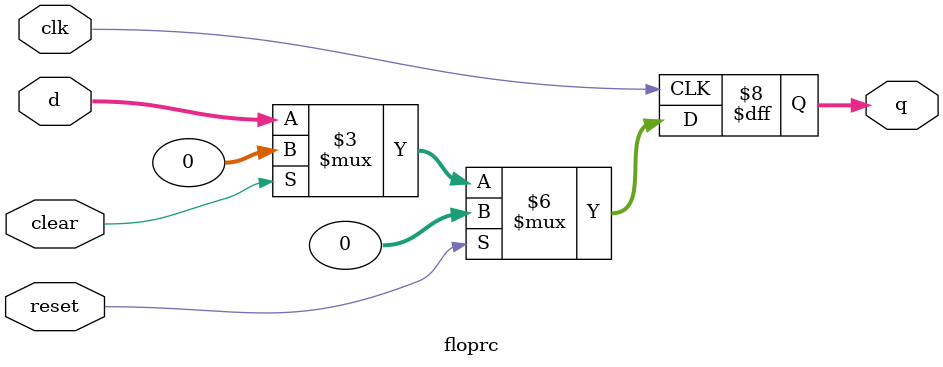
<source format=sv>
module floprc #(
    parameter WIDTH = 32
)(
    input  logic                  clk,
    input  logic                  reset, // can't use 'set' as the verilator gives a warning
    input  logic                  clear,
    input  logic [WIDTH-1 : 0]    d,
    output logic [WIDTH-1 : 0]    q
);
   always_ff @( posedge clk ) begin
        if (reset) begin
            q <= 0;
        end 
        else begin
            if (clear) begin
                q <= 0;
            end
            else begin
                q <= d;
            end
        end
    end

endmodule

</source>
